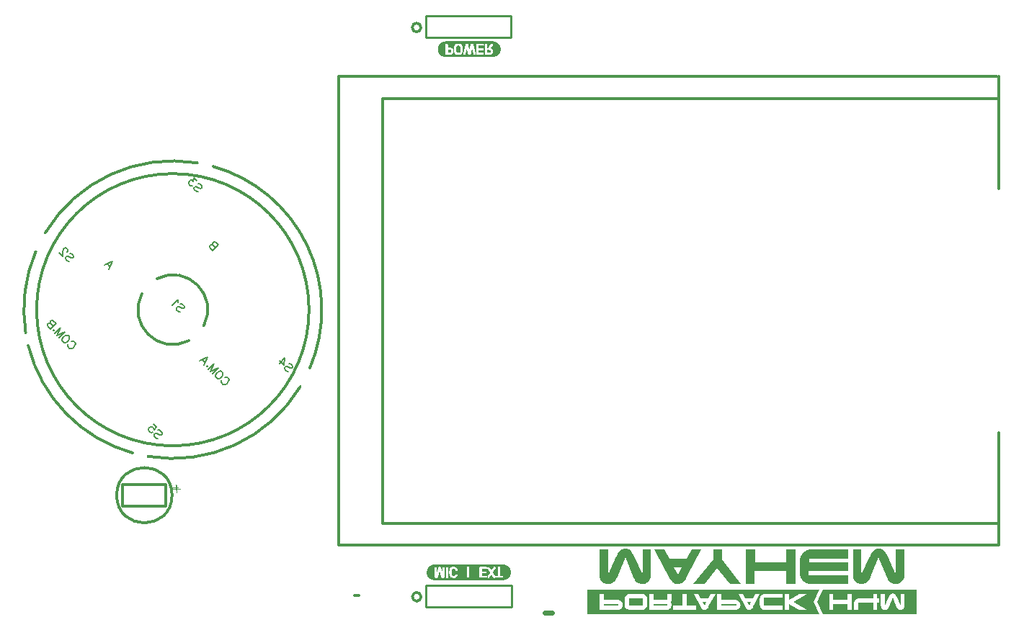
<source format=gbo>
G04 Layer: BottomSilkscreenLayer*
G04 EasyEDA v6.5.46, 2024-12-31 19:44:04*
G04 ebd9bc5b089479dc4edd2d51ed51331a,1acd7fc2553046b79c71bda98b4923fc,10*
G04 Gerber Generator version 0.2*
G04 Scale: 100 percent, Rotated: No, Reflected: No *
G04 Dimensions in millimeters *
G04 leading zeros omitted , absolute positions ,4 integer and 5 decimal *
%FSLAX45Y45*%
%MOMM*%

%ADD10C,0.1200*%
%ADD11C,0.1800*%
%ADD12C,0.3000*%
%ADD13C,0.6000*%
%ADD14C,0.2540*%
%ADD15C,0.3048*%
%ADD16C,0.0114*%

%LPD*%
G36*
X9404248Y466902D02*
G01*
X9378839Y416102D01*
X9525762Y416102D01*
X9525762Y345236D01*
X9694672Y345236D01*
X9694672Y416102D01*
X9744456Y416102D01*
X9744456Y228650D01*
X9767316Y228650D01*
X9767316Y299008D01*
X9767620Y306222D01*
X9768382Y313029D01*
X9769754Y319328D01*
X9771634Y325170D01*
X9774224Y330708D01*
X9777628Y336143D01*
X9781844Y341477D01*
X9786874Y346760D01*
X9792360Y351688D01*
X9798100Y355752D01*
X9804196Y359054D01*
X9810496Y361492D01*
X9816439Y362915D01*
X9823246Y363931D01*
X9831019Y364591D01*
X9839706Y364794D01*
X9993376Y364794D01*
X9993376Y416102D01*
X10042398Y416864D01*
X10042398Y365556D01*
X10061956Y365556D01*
X10061956Y316534D01*
X10041636Y316534D01*
X10041636Y275386D01*
X10085324Y275386D01*
X10085324Y416102D01*
X10130790Y417372D01*
X10130790Y280212D01*
X10174986Y376478D01*
X10179558Y385724D01*
X10184384Y393903D01*
X10189464Y401066D01*
X10194798Y407212D01*
X10201605Y413105D01*
X10208818Y417271D01*
X10216489Y419811D01*
X10224516Y420674D01*
X10229596Y420420D01*
X10235641Y419252D01*
X10241330Y417220D01*
X10246715Y414426D01*
X10251694Y410768D01*
X10254081Y408381D01*
X10256570Y405485D01*
X10261650Y398068D01*
X10267086Y388467D01*
X10272776Y376732D01*
X10317734Y278434D01*
X10317734Y416102D01*
X10363200Y416102D01*
X10363200Y280974D01*
X10362996Y275691D01*
X10362387Y270662D01*
X10361371Y265785D01*
X10359948Y261061D01*
X10358170Y256590D01*
X10355935Y252221D01*
X10353294Y248107D01*
X10350246Y244144D01*
X10346893Y240538D01*
X10343286Y237439D01*
X10339425Y234848D01*
X10335310Y232714D01*
X10330992Y231038D01*
X10326420Y229819D01*
X10321544Y229108D01*
X10316464Y228904D01*
X10308539Y229463D01*
X10301224Y231241D01*
X10294569Y234188D01*
X10288524Y238302D01*
X10282986Y243281D01*
X10278110Y249224D01*
X10273842Y255981D01*
X10270236Y263702D01*
X10223754Y373684D01*
X10181336Y269290D01*
X10177322Y260604D01*
X10172700Y252882D01*
X10167416Y246125D01*
X10161524Y240334D01*
X10154564Y235305D01*
X10147198Y231749D01*
X10139324Y229616D01*
X10129621Y228904D01*
X10127183Y229006D01*
X10117734Y230733D01*
X10110012Y233781D01*
X10103154Y238252D01*
X10097008Y244144D01*
X10091928Y251053D01*
X10088270Y258521D01*
X10086086Y266649D01*
X10085324Y275386D01*
X10041636Y275386D01*
X10041636Y228142D01*
X9992614Y228142D01*
X9992614Y316534D01*
X9818624Y316534D01*
X9818624Y228650D01*
X9695434Y228650D01*
X9695434Y297484D01*
X9523476Y297484D01*
X9523476Y228650D01*
X9476486Y228650D01*
X9476486Y416102D01*
X9378839Y416102D01*
X9331960Y322376D01*
X9404248Y177850D01*
X10507726Y177850D01*
X10507726Y466902D01*
G37*
G36*
X6634480Y466902D02*
G01*
X6634480Y416102D01*
X6779006Y416102D01*
X6829298Y416864D01*
X7886192Y416864D01*
X7939786Y416102D01*
X7965694Y367080D01*
X8058658Y367080D01*
X8086852Y416102D01*
X8138668Y416864D01*
X8138272Y416102D01*
X8160258Y416102D01*
X8210550Y416864D01*
X8410448Y416864D01*
X8464042Y416102D01*
X8489950Y367080D01*
X8582914Y367080D01*
X8611108Y416102D01*
X8662924Y416864D01*
X8601230Y297992D01*
X8662416Y297992D01*
X8662416Y360984D01*
X8662720Y366674D01*
X8663584Y372008D01*
X8665006Y377088D01*
X8666988Y381812D01*
X8669274Y385724D01*
X8672220Y389839D01*
X8675878Y394208D01*
X8680196Y398830D01*
X8684869Y403199D01*
X8689644Y406857D01*
X8694623Y409905D01*
X8699754Y412292D01*
X8705088Y413918D01*
X8710930Y415137D01*
X8717280Y415848D01*
X8724138Y416102D01*
X9006078Y416102D01*
X9006078Y336397D01*
X9007449Y339801D01*
X9009126Y343052D01*
X9011158Y346252D01*
X9013444Y349300D01*
X9017863Y354025D01*
X9023299Y358698D01*
X9029700Y363169D01*
X9037066Y367588D01*
X9121902Y416102D01*
X9220200Y416102D01*
X9057640Y322630D01*
X9218930Y228904D01*
X9121902Y228904D01*
X9034983Y279908D01*
X9025991Y285953D01*
X9022080Y288950D01*
X9015526Y294894D01*
X9012885Y297840D01*
X9009278Y302869D01*
X9006992Y307238D01*
X9006078Y309524D01*
X9006078Y228650D01*
X8953754Y228650D01*
X8953754Y416102D01*
X8929370Y416102D01*
X8929370Y369366D01*
X8711184Y369366D01*
X8711184Y275894D01*
X8929370Y275894D01*
X8929370Y228904D01*
X8725255Y229006D01*
X8718092Y229311D01*
X8712149Y229870D01*
X8707374Y230682D01*
X8701278Y232410D01*
X8695436Y234848D01*
X8689848Y237998D01*
X8684514Y241858D01*
X8678519Y247294D01*
X8673541Y253288D01*
X8669528Y259740D01*
X8666480Y266750D01*
X8664702Y273050D01*
X8663432Y280365D01*
X8662670Y288696D01*
X8662416Y297992D01*
X8601230Y297992D01*
X8586165Y269240D01*
X8578850Y256844D01*
X8572042Y247142D01*
X8568842Y243281D01*
X8565794Y240080D01*
X8562848Y237540D01*
X8557056Y233629D01*
X8550910Y230835D01*
X8544356Y229209D01*
X8537448Y228650D01*
X8530183Y229158D01*
X8523427Y230682D01*
X8517128Y233222D01*
X8511286Y236778D01*
X8508034Y239420D01*
X8504682Y242671D01*
X8501278Y246583D01*
X8497824Y251053D01*
X8494318Y256133D01*
X8487054Y268173D01*
X8410448Y416864D01*
X8210550Y416864D01*
X8210550Y346760D01*
X8373364Y346760D01*
X8379561Y346456D01*
X8385505Y345643D01*
X8391245Y344271D01*
X8396732Y342341D01*
X8402015Y339902D01*
X8407095Y336905D01*
X8411921Y333349D01*
X8416544Y329234D01*
X8420760Y324713D01*
X8424468Y319989D01*
X8427567Y315061D01*
X8430056Y309930D01*
X8432038Y304546D01*
X8433460Y298907D01*
X8434324Y293116D01*
X8434578Y287070D01*
X8434273Y280873D01*
X8433358Y274980D01*
X8431784Y269392D01*
X8429548Y264007D01*
X8426754Y258876D01*
X8423300Y254050D01*
X8419236Y249478D01*
X8414512Y245160D01*
X8409381Y241249D01*
X8404098Y237896D01*
X8398560Y235102D01*
X8392820Y232765D01*
X8386876Y230936D01*
X8380730Y229666D01*
X8374329Y228904D01*
X8367775Y228650D01*
X8160766Y228650D01*
X8160258Y416102D01*
X8138272Y416102D01*
X8061909Y269240D01*
X8054594Y256844D01*
X8047786Y247142D01*
X8044586Y243281D01*
X8041538Y240080D01*
X8038592Y237540D01*
X8032800Y233629D01*
X8026653Y230835D01*
X8020100Y229209D01*
X8013192Y228650D01*
X8005927Y229158D01*
X7999171Y230682D01*
X7992872Y233222D01*
X7987030Y236778D01*
X7983778Y239420D01*
X7980425Y242671D01*
X7977022Y246583D01*
X7973568Y251053D01*
X7970062Y256133D01*
X7962798Y268173D01*
X7886192Y416864D01*
X6829298Y416864D01*
X6829298Y416102D01*
X7412481Y416102D01*
X7412481Y345998D01*
X7578852Y345998D01*
X7578852Y416102D01*
X7627112Y416102D01*
X7627112Y352348D01*
X7626705Y346913D01*
X7625537Y341325D01*
X7623556Y335635D01*
X7619644Y327710D01*
X7614666Y320598D01*
X7617764Y315620D01*
X7620000Y311454D01*
X7622336Y305562D01*
X7624013Y299669D01*
X7625029Y293776D01*
X7625334Y287832D01*
X7625232Y284378D01*
X7624368Y277672D01*
X7622641Y271170D01*
X7621422Y267868D01*
X7617968Y261162D01*
X7613243Y253796D01*
X7608265Y247446D01*
X7602981Y242112D01*
X7597394Y237794D01*
X7590891Y234086D01*
X7583881Y231495D01*
X7576312Y229920D01*
X7568184Y229412D01*
X7363459Y229158D01*
X7363206Y416102D01*
X6829298Y416102D01*
X6829298Y346760D01*
X6992112Y346760D01*
X6998309Y346456D01*
X7004253Y345643D01*
X7009993Y344271D01*
X7015480Y342341D01*
X7020763Y339902D01*
X7025843Y336905D01*
X7030669Y333349D01*
X7035292Y329234D01*
X7039508Y324713D01*
X7043216Y319989D01*
X7046315Y315061D01*
X7048804Y309930D01*
X7050786Y304546D01*
X7052208Y298907D01*
X7053072Y293116D01*
X7053325Y287070D01*
X7053213Y284784D01*
X7074153Y284784D01*
X7074153Y355650D01*
X7074357Y361848D01*
X7074966Y367588D01*
X7076033Y372770D01*
X7077456Y377494D01*
X7079437Y382066D01*
X7081977Y386638D01*
X7085126Y391210D01*
X7088886Y395782D01*
X7093762Y400710D01*
X7098690Y404825D01*
X7103668Y408178D01*
X7108698Y410768D01*
X7114184Y412750D01*
X7120178Y414172D01*
X7126782Y415035D01*
X7133844Y415340D01*
X7278370Y415340D01*
X7284415Y415035D01*
X7290257Y414223D01*
X7295845Y412851D01*
X7301230Y410921D01*
X7306411Y408482D01*
X7311339Y405485D01*
X7316063Y401929D01*
X7320534Y397814D01*
X7324801Y393242D01*
X7328458Y388670D01*
X7331557Y384098D01*
X7333996Y379526D01*
X7335774Y374853D01*
X7337044Y369773D01*
X7337806Y364337D01*
X7338059Y358444D01*
X7338059Y289102D01*
X7337856Y283819D01*
X7337298Y278841D01*
X7336332Y274269D01*
X7335012Y270052D01*
X7333132Y265785D01*
X7330744Y261467D01*
X7327950Y257048D01*
X7324598Y252526D01*
X7319822Y246938D01*
X7314844Y242163D01*
X7309662Y238150D01*
X7304278Y235000D01*
X7298740Y232562D01*
X7292644Y230784D01*
X7286142Y229768D01*
X7279131Y229412D01*
X7140702Y229412D01*
X7133742Y229616D01*
X7127240Y230276D01*
X7121296Y231394D01*
X7115809Y232968D01*
X7110526Y234950D01*
X7105294Y237642D01*
X7100112Y241046D01*
X7094981Y245160D01*
X7090156Y249580D01*
X7085990Y253949D01*
X7082536Y258317D01*
X7079742Y262686D01*
X7077303Y267766D01*
X7075576Y273151D01*
X7074509Y278790D01*
X7074153Y284784D01*
X7053213Y284784D01*
X7053021Y280873D01*
X7052106Y274980D01*
X7050531Y269392D01*
X7048296Y264007D01*
X7045502Y258876D01*
X7042048Y254050D01*
X7037984Y249478D01*
X7033259Y245160D01*
X7028129Y241249D01*
X7022846Y237896D01*
X7017308Y235102D01*
X7011568Y232765D01*
X7005624Y230936D01*
X6999478Y229666D01*
X6993077Y228904D01*
X7645400Y228904D01*
X7645400Y276910D01*
X7754366Y276910D01*
X7755381Y416102D01*
X7802880Y416102D01*
X7802625Y276402D01*
X7911846Y276402D01*
X7911846Y228904D01*
X6993077Y228904D01*
X6986524Y228650D01*
X6779514Y228650D01*
X6779006Y416102D01*
X6634480Y416102D01*
X6634480Y177850D01*
X9364726Y177850D01*
X9292488Y322376D01*
X9364726Y466902D01*
G37*
G36*
X7122668Y368350D02*
G01*
X7122668Y277926D01*
X7288784Y277926D01*
X7288784Y368350D01*
G37*
G36*
X7990078Y319074D02*
G01*
X8012430Y279196D01*
X8034528Y319074D01*
G37*
G36*
X8514334Y319074D02*
G01*
X8536686Y279196D01*
X8558784Y319074D01*
G37*
G36*
X6829298Y300278D02*
G01*
X6829298Y276402D01*
X7003542Y276402D01*
X7003542Y300278D01*
G37*
G36*
X8210550Y300278D02*
G01*
X8210550Y276402D01*
X8384794Y276402D01*
X8384794Y300278D01*
G37*
G36*
X7413752Y299008D02*
G01*
X7413752Y276402D01*
X7578090Y276402D01*
X7578090Y299008D01*
G37*
G36*
X4839970Y761847D02*
G01*
X4833721Y761593D01*
X4827574Y760984D01*
X4821580Y759968D01*
X4815687Y758545D01*
X4809998Y756767D01*
X4804460Y754634D01*
X4799076Y752195D01*
X4793894Y749350D01*
X4788966Y746252D01*
X4784191Y742797D01*
X4779670Y739089D01*
X4775454Y735076D01*
X4771440Y730808D01*
X4767732Y726338D01*
X4764278Y721563D01*
X4761179Y716635D01*
X4758334Y711454D01*
X4755896Y706069D01*
X4753762Y700532D01*
X4751984Y694791D01*
X4750562Y688949D01*
X4749546Y682955D01*
X4748885Y676808D01*
X4748682Y670560D01*
X4748885Y664311D01*
X4749546Y658164D01*
X4750562Y652170D01*
X4751984Y646277D01*
X4753762Y640588D01*
X4755896Y635000D01*
X4758334Y629666D01*
X4759840Y626922D01*
X4839970Y626922D01*
X4839970Y720648D01*
X4840782Y727202D01*
X4843322Y731875D01*
X4847539Y734720D01*
X4853432Y735634D01*
X4858867Y734669D01*
X4862728Y731824D01*
X4865065Y727049D01*
X4865878Y720394D01*
X4865878Y665276D01*
X4866132Y660196D01*
X4884674Y722934D01*
X4885842Y726236D01*
X4887112Y728980D01*
X4888534Y731164D01*
X4890008Y732840D01*
X4891786Y734060D01*
X4893919Y734923D01*
X4896358Y735482D01*
X4899152Y735634D01*
X4901996Y735482D01*
X4904486Y734923D01*
X4906568Y734060D01*
X4908296Y732840D01*
X4909870Y731266D01*
X4911242Y729081D01*
X4912512Y726338D01*
X4930902Y665276D01*
X4932172Y660196D01*
X4932426Y665276D01*
X4932426Y720394D01*
X4933238Y727049D01*
X4935626Y731824D01*
X4939690Y734669D01*
X4945380Y735634D01*
X4951018Y734720D01*
X4955082Y731875D01*
X4957521Y727202D01*
X4958334Y720648D01*
X4958232Y623112D01*
X4957946Y619556D01*
X4973828Y619556D01*
X4973828Y720394D01*
X4974640Y727151D01*
X4977180Y732028D01*
X4981397Y734923D01*
X4987290Y735888D01*
X4990388Y735634D01*
X4993132Y734872D01*
X4995468Y733602D01*
X4997450Y731824D01*
X4998974Y729488D01*
X5000091Y726744D01*
X5000752Y723646D01*
X5001006Y720140D01*
X5001006Y671626D01*
X5012944Y671626D01*
X5013045Y680212D01*
X5013452Y687628D01*
X5014061Y693928D01*
X5014976Y699058D01*
X5016195Y703529D01*
X5017820Y707898D01*
X5019852Y712063D01*
X5022342Y716076D01*
X5025999Y720648D01*
X5030114Y724611D01*
X5034737Y728014D01*
X5039868Y730758D01*
X5045405Y732891D01*
X5051450Y734415D01*
X5058003Y735330D01*
X5065014Y735634D01*
X5072684Y735228D01*
X5079438Y734110D01*
X5248910Y734110D01*
X5248910Y618540D01*
X5367782Y618540D01*
X5367883Y725373D01*
X5368290Y728014D01*
X5369153Y729792D01*
X5370830Y731570D01*
X5372709Y732840D01*
X5374894Y733602D01*
X5377535Y734009D01*
X5444490Y734110D01*
X5450382Y733399D01*
X5454548Y731215D01*
X5457088Y727557D01*
X5457652Y724204D01*
X5459222Y724204D01*
X5459476Y726541D01*
X5460238Y728776D01*
X5461508Y730859D01*
X5463286Y732840D01*
X5465368Y734415D01*
X5467705Y735533D01*
X5470194Y736193D01*
X5472938Y736396D01*
X5476240Y735939D01*
X5479288Y734568D01*
X5482082Y732231D01*
X5484622Y729030D01*
X5506466Y693470D01*
X5508498Y691184D01*
X5510276Y693470D01*
X5532374Y729030D01*
X5534863Y732231D01*
X5537606Y734568D01*
X5540603Y735939D01*
X5543804Y736396D01*
X5546598Y736193D01*
X5549188Y735533D01*
X5551525Y734415D01*
X5553710Y732840D01*
X5555488Y730961D01*
X5556758Y728929D01*
X5557520Y726643D01*
X5557774Y724204D01*
X5557520Y722477D01*
X5556808Y720394D01*
X5553964Y715060D01*
X5525008Y669086D01*
X5524246Y666800D01*
X5524398Y665937D01*
X5551474Y623366D01*
X5552846Y619760D01*
X5553252Y621538D01*
X5553913Y623112D01*
X5554827Y624484D01*
X5555996Y625652D01*
X5557824Y626872D01*
X5560060Y627735D01*
X5562650Y628294D01*
X5583326Y628497D01*
X5584596Y628853D01*
X5585256Y629564D01*
X5585663Y630986D01*
X5585714Y723188D01*
X5585917Y726338D01*
X5586628Y729081D01*
X5587847Y731520D01*
X5589524Y733602D01*
X5591454Y735279D01*
X5593740Y736447D01*
X5596432Y737158D01*
X5599430Y737412D01*
X5602224Y737209D01*
X5604764Y736549D01*
X5607050Y735431D01*
X5609082Y733856D01*
X5610860Y731977D01*
X5612130Y729843D01*
X5612892Y727506D01*
X5613146Y724966D01*
X5613247Y630682D01*
X5613654Y629716D01*
X5614720Y629158D01*
X5616448Y628954D01*
X5634990Y628954D01*
X5640324Y628243D01*
X5644134Y626059D01*
X5646420Y622401D01*
X5647182Y617270D01*
X5646318Y612292D01*
X5643880Y608685D01*
X5639714Y606552D01*
X5633974Y605840D01*
X5567172Y605840D01*
X5561584Y606399D01*
X5557367Y608025D01*
X5554472Y610717D01*
X5552948Y614527D01*
X5551728Y611073D01*
X5549392Y608126D01*
X5547360Y606552D01*
X5545074Y605485D01*
X5542534Y604774D01*
X5539740Y604570D01*
X5536488Y604977D01*
X5533694Y606094D01*
X5531307Y608025D01*
X5529326Y610666D01*
X5510530Y640638D01*
X5508498Y643432D01*
X5506466Y640638D01*
X5487670Y610666D01*
X5485587Y608025D01*
X5483148Y606094D01*
X5480354Y604977D01*
X5477256Y604570D01*
X5474512Y604774D01*
X5472023Y605485D01*
X5469686Y606552D01*
X5467604Y608126D01*
X5465927Y610006D01*
X5464708Y612140D01*
X5463997Y614476D01*
X5463794Y617016D01*
X5463946Y618896D01*
X5465470Y623214D01*
X5466842Y625652D01*
X5491226Y663752D01*
X5492953Y666953D01*
X5492750Y667816D01*
X5491734Y669086D01*
X5461152Y718413D01*
X5460034Y720598D01*
X5459272Y723138D01*
X5459222Y724204D01*
X5457652Y724204D01*
X5457952Y722426D01*
X5457748Y719480D01*
X5457088Y717042D01*
X5456072Y715060D01*
X5454650Y713536D01*
X5452516Y712419D01*
X5449824Y711657D01*
X5446420Y711149D01*
X5442458Y710996D01*
X5397754Y710996D01*
X5396636Y710793D01*
X5395823Y710184D01*
X5395366Y709117D01*
X5395214Y707694D01*
X5395214Y683818D01*
X5395417Y682396D01*
X5396077Y681329D01*
X5397195Y680720D01*
X5398770Y680516D01*
X5437886Y680516D01*
X5443778Y679805D01*
X5447944Y677672D01*
X5450484Y674065D01*
X5451348Y669086D01*
X5450382Y663752D01*
X5447588Y659942D01*
X5442915Y657656D01*
X5436362Y656894D01*
X5397449Y656844D01*
X5396077Y656488D01*
X5395468Y655777D01*
X5395214Y654659D01*
X5395214Y631748D01*
X5395417Y630529D01*
X5396077Y629666D01*
X5397195Y629107D01*
X5398770Y628954D01*
X5441188Y628954D01*
X5444947Y628802D01*
X5448147Y628345D01*
X5450789Y627532D01*
X5452872Y626414D01*
X5454294Y624789D01*
X5455310Y622808D01*
X5455970Y620369D01*
X5456174Y617524D01*
X5455208Y612394D01*
X5452262Y608787D01*
X5447436Y606552D01*
X5440680Y605840D01*
X5378500Y605891D01*
X5373624Y606348D01*
X5371896Y607314D01*
X5370322Y608634D01*
X5369204Y610412D01*
X5368391Y612648D01*
X5367934Y615340D01*
X5367782Y618540D01*
X5248910Y618540D01*
X5248910Y606094D01*
X5223256Y606094D01*
X5223256Y734110D01*
X5079746Y734060D01*
X5086146Y732129D01*
X5091938Y729437D01*
X5097068Y725932D01*
X5101590Y721614D01*
X5105450Y716584D01*
X5108702Y710742D01*
X5110226Y707288D01*
X5111343Y704037D01*
X5112004Y700938D01*
X5112258Y698042D01*
X5112004Y695045D01*
X5111292Y692404D01*
X5110073Y690067D01*
X5108448Y688136D01*
X5106517Y686562D01*
X5104282Y685495D01*
X5101793Y684784D01*
X5099050Y684580D01*
X5095494Y684987D01*
X5092496Y686155D01*
X5090007Y688136D01*
X5088128Y690930D01*
X5085842Y696518D01*
X5082438Y703529D01*
X5077815Y708507D01*
X5072024Y711504D01*
X5065014Y712520D01*
X5062118Y712317D01*
X5059273Y711758D01*
X5056530Y710793D01*
X5051298Y707999D01*
X5049113Y706323D01*
X5047234Y704443D01*
X5045710Y702360D01*
X5044389Y699770D01*
X5043322Y697026D01*
X5041900Y691184D01*
X5040934Y683971D01*
X5040630Y674420D01*
X5040934Y662279D01*
X5041950Y652322D01*
X5043627Y644499D01*
X5045964Y638860D01*
X5047386Y636676D01*
X5049164Y634695D01*
X5051348Y632866D01*
X5053838Y631240D01*
X5056530Y630021D01*
X5059324Y629158D01*
X5062270Y628599D01*
X5065268Y628446D01*
X5070094Y628904D01*
X5074259Y630224D01*
X5077714Y632460D01*
X5080508Y635558D01*
X5084826Y641908D01*
X5087264Y645109D01*
X5090160Y647446D01*
X5093360Y648817D01*
X5097018Y649274D01*
X5099761Y649071D01*
X5102250Y648411D01*
X5104485Y647293D01*
X5106416Y645718D01*
X5107940Y643686D01*
X5109057Y641451D01*
X5109718Y639013D01*
X5109972Y636320D01*
X5109768Y633730D01*
X5109108Y631037D01*
X5108092Y628294D01*
X5106670Y625398D01*
X5104841Y622554D01*
X5102758Y619861D01*
X5100421Y617372D01*
X5097780Y614984D01*
X5091176Y610412D01*
X5083810Y607161D01*
X5075682Y605231D01*
X5066792Y604570D01*
X5059324Y604926D01*
X5052415Y605891D01*
X5046065Y607517D01*
X5040274Y609854D01*
X5035092Y612800D01*
X5030419Y616407D01*
X5026355Y620725D01*
X5022850Y625652D01*
X5020259Y630174D01*
X5018125Y634847D01*
X5016449Y639724D01*
X5015230Y644702D01*
X5014214Y650189D01*
X5013502Y656539D01*
X5013045Y663651D01*
X5012944Y671626D01*
X5001006Y671626D01*
X5001006Y618286D01*
X5000091Y611936D01*
X4997450Y607415D01*
X4992979Y604723D01*
X4986782Y603808D01*
X4981092Y604774D01*
X4977028Y607771D01*
X4974640Y612648D01*
X4973828Y619556D01*
X4957946Y619556D01*
X4957622Y617016D01*
X4957064Y614730D01*
X4956149Y612698D01*
X4954930Y610920D01*
X4953457Y609396D01*
X4948885Y606145D01*
X4945786Y604723D01*
X4942433Y603859D01*
X4938776Y603554D01*
X4934915Y603808D01*
X4931460Y604621D01*
X4928412Y605993D01*
X4925822Y607872D01*
X4923536Y610514D01*
X4921504Y613765D01*
X4919726Y617728D01*
X4918202Y622350D01*
X4900422Y684326D01*
X4899152Y688136D01*
X4898390Y684326D01*
X4880102Y622350D01*
X4878578Y617728D01*
X4876850Y613765D01*
X4874869Y610514D01*
X4872736Y607872D01*
X4870094Y605993D01*
X4867046Y604621D01*
X4863642Y603808D01*
X4859782Y603554D01*
X4855972Y603859D01*
X4852517Y604723D01*
X4849368Y606145D01*
X4844796Y609600D01*
X4843373Y611225D01*
X4842256Y613054D01*
X4840782Y617270D01*
X4840020Y623214D01*
X4839970Y626922D01*
X4759840Y626922D01*
X4764278Y619506D01*
X4767732Y614781D01*
X4771440Y610260D01*
X4775454Y605993D01*
X4779670Y602030D01*
X4784191Y598271D01*
X4788966Y594868D01*
X4793894Y591718D01*
X4799076Y588924D01*
X4804460Y586435D01*
X4809998Y584301D01*
X4815687Y582523D01*
X4821580Y581152D01*
X4827574Y580085D01*
X4833721Y579475D01*
X4839970Y579272D01*
X5647182Y579272D01*
X5653430Y579475D01*
X5659577Y580085D01*
X5665571Y581152D01*
X5671464Y582523D01*
X5677154Y584301D01*
X5682691Y586435D01*
X5688076Y588924D01*
X5693257Y591718D01*
X5698236Y594868D01*
X5702960Y598271D01*
X5707481Y602030D01*
X5711748Y605993D01*
X5715711Y610260D01*
X5719419Y614781D01*
X5722874Y619506D01*
X5726023Y624484D01*
X5728817Y629666D01*
X5731306Y635000D01*
X5733440Y640588D01*
X5735218Y646277D01*
X5736590Y652170D01*
X5737606Y658164D01*
X5738266Y664311D01*
X5738469Y670560D01*
X5738266Y676808D01*
X5737606Y682955D01*
X5736590Y688949D01*
X5735218Y694791D01*
X5733440Y700532D01*
X5731306Y706069D01*
X5728817Y711454D01*
X5726023Y716635D01*
X5722874Y721563D01*
X5719419Y726338D01*
X5715711Y730808D01*
X5711748Y735076D01*
X5707481Y739089D01*
X5702960Y742797D01*
X5698236Y746252D01*
X5693257Y749350D01*
X5688076Y752195D01*
X5682691Y754634D01*
X5677154Y756767D01*
X5671464Y758545D01*
X5665571Y759968D01*
X5659577Y760984D01*
X5653430Y761593D01*
X5647182Y761847D01*
G37*
G36*
X4969764Y6913372D02*
G01*
X4963515Y6913168D01*
X4957368Y6912559D01*
X4951374Y6911543D01*
X4945532Y6910120D01*
X4939792Y6908342D01*
X4934254Y6906209D01*
X4928870Y6903720D01*
X4923688Y6900925D01*
X4918760Y6897776D01*
X4913985Y6894372D01*
X4909515Y6890664D01*
X4905248Y6886651D01*
X4901234Y6882384D01*
X4897526Y6877862D01*
X4894072Y6873138D01*
X4890973Y6868159D01*
X4888128Y6863029D01*
X4885690Y6857644D01*
X4883556Y6852107D01*
X4881778Y6846366D01*
X4880356Y6840524D01*
X4879340Y6834479D01*
X4878730Y6828383D01*
X4878476Y6822135D01*
X4878730Y6815836D01*
X4879340Y6809740D01*
X4880356Y6803694D01*
X4881778Y6797852D01*
X4883556Y6792112D01*
X4885690Y6786575D01*
X4888128Y6781190D01*
X4890973Y6776059D01*
X4893407Y6772148D01*
X4969764Y6772148D01*
X4969764Y6873494D01*
X4970627Y6879590D01*
X4973218Y6883958D01*
X4977587Y6886600D01*
X4983734Y6887464D01*
X4989728Y6886651D01*
X4993995Y6884162D01*
X4996586Y6880047D01*
X4997450Y6874256D01*
X4997551Y6841490D01*
X4997958Y6840220D01*
X4999228Y6839813D01*
X5028184Y6839712D01*
X5035753Y6839000D01*
X5042560Y6836867D01*
X5048605Y6833260D01*
X5053838Y6828281D01*
X5058271Y6821678D01*
X5066792Y6821678D01*
X5066893Y6830466D01*
X5067300Y6838188D01*
X5067909Y6844741D01*
X5068824Y6850125D01*
X5070043Y6854850D01*
X5071770Y6859320D01*
X5074005Y6863588D01*
X5076698Y6867652D01*
X5080355Y6872325D01*
X5084521Y6876440D01*
X5089194Y6879844D01*
X5094325Y6882688D01*
X5099964Y6884873D01*
X5106111Y6886448D01*
X5112766Y6887413D01*
X5119878Y6887718D01*
X5126888Y6887362D01*
X5133492Y6886397D01*
X5139740Y6884720D01*
X5145532Y6882384D01*
X5150916Y6879539D01*
X5155692Y6876135D01*
X5159806Y6872173D01*
X5163312Y6867652D01*
X5165852Y6863384D01*
X5167985Y6859066D01*
X5169662Y6854647D01*
X5170932Y6850125D01*
X5171795Y6845046D01*
X5172456Y6838950D01*
X5172964Y6823709D01*
X5172456Y6806438D01*
X5171795Y6799478D01*
X5170932Y6793738D01*
X5169662Y6788708D01*
X5167985Y6784035D01*
X5165852Y6779666D01*
X5163312Y6775703D01*
X5159552Y6770979D01*
X5157866Y6769353D01*
X5177282Y6769353D01*
X5177536Y6772909D01*
X5201158Y6871208D01*
X5202986Y6876796D01*
X5204968Y6880859D01*
X5207406Y6883552D01*
X5208981Y6884720D01*
X5212791Y6886549D01*
X5214924Y6887209D01*
X5219700Y6887718D01*
X5222392Y6887565D01*
X5224881Y6887108D01*
X5227218Y6886397D01*
X5231231Y6884314D01*
X5232806Y6882942D01*
X5234127Y6881368D01*
X5235194Y6879590D01*
X5236565Y6876034D01*
X5237734Y6871462D01*
X5249164Y6814058D01*
X5250942Y6807708D01*
X5263642Y6871462D01*
X5265064Y6877151D01*
X5266944Y6881114D01*
X5268061Y6882536D01*
X5271109Y6884974D01*
X5274970Y6886702D01*
X5279288Y6887616D01*
X5281676Y6887718D01*
X5286908Y6887209D01*
X5291328Y6885686D01*
X5294782Y6883146D01*
X5297424Y6879590D01*
X5298541Y6877100D01*
X5300218Y6871208D01*
X5324195Y6772300D01*
X5324314Y6770116D01*
X5331714Y6770116D01*
X5331815Y6876897D01*
X5332222Y6879590D01*
X5333085Y6881368D01*
X5334762Y6883146D01*
X5336641Y6884416D01*
X5338826Y6885178D01*
X5341467Y6885533D01*
X5345430Y6885686D01*
X5408422Y6885686D01*
X5414314Y6884924D01*
X5418480Y6882739D01*
X5421020Y6879081D01*
X5421884Y6874002D01*
X5421680Y6871055D01*
X5421020Y6868566D01*
X5420004Y6866585D01*
X5418582Y6865112D01*
X5416448Y6863994D01*
X5413756Y6863181D01*
X5410352Y6862724D01*
X5406390Y6862572D01*
X5361686Y6862572D01*
X5360466Y6862368D01*
X5359552Y6861759D01*
X5359044Y6860692D01*
X5358892Y6859270D01*
X5358892Y6835394D01*
X5359095Y6833920D01*
X5359806Y6832904D01*
X5361025Y6832295D01*
X5362702Y6832092D01*
X5401818Y6832092D01*
X5407710Y6831380D01*
X5411876Y6829196D01*
X5414416Y6825640D01*
X5415280Y6820662D01*
X5414314Y6815328D01*
X5411520Y6811518D01*
X5406847Y6809231D01*
X5400294Y6808470D01*
X5361381Y6808419D01*
X5360009Y6808012D01*
X5359400Y6807352D01*
X5359146Y6806234D01*
X5359146Y6783324D01*
X5359349Y6782104D01*
X5359958Y6781241D01*
X5360974Y6780682D01*
X5362448Y6780530D01*
X5405120Y6780530D01*
X5408879Y6780377D01*
X5412079Y6779869D01*
X5414721Y6779107D01*
X5416804Y6777990D01*
X5418226Y6776364D01*
X5419242Y6774383D01*
X5419902Y6771944D01*
X5420106Y6769100D01*
X5419886Y6767931D01*
X5432298Y6767931D01*
X5432298Y6874002D01*
X5433161Y6880199D01*
X5435752Y6884670D01*
X5440121Y6887311D01*
X5446268Y6888225D01*
X5452008Y6887362D01*
X5456174Y6884822D01*
X5458612Y6880656D01*
X5459476Y6874764D01*
X5459476Y6839712D01*
X5459679Y6838137D01*
X5460288Y6837019D01*
X5461304Y6836359D01*
X5462778Y6836156D01*
X5475122Y6836257D01*
X5476240Y6836664D01*
X5477002Y6837476D01*
X5498846Y6880098D01*
X5501081Y6883653D01*
X5503824Y6886194D01*
X5507075Y6887718D01*
X5510784Y6888225D01*
X5513578Y6887972D01*
X5516168Y6887260D01*
X5518556Y6886092D01*
X5520690Y6884416D01*
X5522468Y6882434D01*
X5523738Y6880352D01*
X5524500Y6878116D01*
X5524754Y6875780D01*
X5524601Y6874052D01*
X5523433Y6870395D01*
X5503418Y6832600D01*
X5503164Y6831838D01*
X5503926Y6830822D01*
X5505958Y6830314D01*
X5510276Y6827875D01*
X5514136Y6824929D01*
X5517540Y6821373D01*
X5520436Y6817359D01*
X5522772Y6812838D01*
X5524398Y6808012D01*
X5525414Y6802831D01*
X5525770Y6797294D01*
X5524957Y6787896D01*
X5522569Y6779514D01*
X5518607Y6772148D01*
X5513070Y6765798D01*
X5510377Y6763562D01*
X5507736Y6761734D01*
X5505043Y6760260D01*
X5502402Y6759194D01*
X5499506Y6758381D01*
X5496102Y6757822D01*
X5487924Y6757416D01*
X5441950Y6757517D01*
X5438902Y6757924D01*
X5436768Y6758838D01*
X5435092Y6760209D01*
X5433618Y6761835D01*
X5432806Y6763766D01*
X5432298Y6767931D01*
X5419886Y6767931D01*
X5419140Y6763969D01*
X5416194Y6760311D01*
X5411368Y6758127D01*
X5404612Y6757416D01*
X5340248Y6757517D01*
X5337556Y6757924D01*
X5335778Y6758838D01*
X5334000Y6760209D01*
X5332984Y6761937D01*
X5332272Y6764172D01*
X5331866Y6766915D01*
X5331714Y6770116D01*
X5324314Y6770116D01*
X5324094Y6766661D01*
X5323382Y6764172D01*
X5322214Y6761937D01*
X5320538Y6759956D01*
X5318404Y6758279D01*
X5316016Y6757111D01*
X5313426Y6756349D01*
X5310632Y6756146D01*
X5305552Y6756857D01*
X5301589Y6758990D01*
X5298694Y6762546D01*
X5296916Y6767575D01*
X5283708Y6833362D01*
X5282438Y6842759D01*
X5281168Y6833362D01*
X5268976Y6771640D01*
X5266690Y6764629D01*
X5262930Y6759651D01*
X5257698Y6756603D01*
X5250942Y6755638D01*
X5244084Y6756603D01*
X5238750Y6759651D01*
X5234940Y6764629D01*
X5232654Y6771640D01*
X5220462Y6833362D01*
X5219192Y6842759D01*
X5217922Y6833362D01*
X5204460Y6767575D01*
X5202834Y6762546D01*
X5200040Y6758990D01*
X5196128Y6756857D01*
X5190998Y6756146D01*
X5188102Y6756349D01*
X5185460Y6757111D01*
X5183124Y6758279D01*
X5181092Y6759956D01*
X5179415Y6761886D01*
X5178196Y6764070D01*
X5177485Y6766559D01*
X5177282Y6769353D01*
X5157866Y6769353D01*
X5155336Y6766915D01*
X5150662Y6763461D01*
X5145430Y6760616D01*
X5139791Y6758431D01*
X5133644Y6756857D01*
X5126990Y6755942D01*
X5119878Y6755638D01*
X5112664Y6755942D01*
X5106009Y6756857D01*
X5099862Y6758431D01*
X5094224Y6760616D01*
X5089042Y6763461D01*
X5084419Y6766915D01*
X5080304Y6770979D01*
X5076698Y6775703D01*
X5073904Y6780174D01*
X5071618Y6784644D01*
X5069840Y6789166D01*
X5068570Y6793738D01*
X5067757Y6799021D01*
X5067198Y6805422D01*
X5066792Y6821678D01*
X5058271Y6821678D01*
X5061051Y6815175D01*
X5062880Y6807200D01*
X5063490Y6798309D01*
X5062626Y6788048D01*
X5060188Y6779209D01*
X5056022Y6771690D01*
X5050282Y6765544D01*
X5047691Y6763410D01*
X5045049Y6761683D01*
X5042357Y6760260D01*
X5039614Y6759194D01*
X5036616Y6758381D01*
X5033162Y6757822D01*
X5025136Y6757416D01*
X4981600Y6757517D01*
X4977892Y6757924D01*
X4975250Y6758838D01*
X4973066Y6760209D01*
X4971389Y6762089D01*
X4970526Y6764274D01*
X4969916Y6767220D01*
X4969764Y6772148D01*
X4893407Y6772148D01*
X4897526Y6766356D01*
X4901234Y6761835D01*
X4905248Y6757568D01*
X4909515Y6753555D01*
X4913985Y6749846D01*
X4918760Y6746443D01*
X4923688Y6743293D01*
X4928870Y6740499D01*
X4934254Y6738010D01*
X4939792Y6735876D01*
X4945532Y6734098D01*
X4951374Y6732676D01*
X4957368Y6731660D01*
X4963515Y6731050D01*
X4969764Y6730847D01*
X5525770Y6730847D01*
X5532018Y6731050D01*
X5538165Y6731660D01*
X5544159Y6732676D01*
X5550001Y6734098D01*
X5555742Y6735876D01*
X5561279Y6738010D01*
X5566664Y6740499D01*
X5571845Y6743293D01*
X5576773Y6746443D01*
X5581548Y6749846D01*
X5586018Y6753555D01*
X5590286Y6757568D01*
X5594299Y6761835D01*
X5598007Y6766356D01*
X5601462Y6771081D01*
X5604560Y6776059D01*
X5607354Y6781190D01*
X5609844Y6786575D01*
X5611977Y6792112D01*
X5613755Y6797852D01*
X5615178Y6803694D01*
X5616194Y6809740D01*
X5616803Y6815836D01*
X5617006Y6822135D01*
X5616803Y6828383D01*
X5616194Y6834479D01*
X5615178Y6840524D01*
X5613755Y6846366D01*
X5611977Y6852107D01*
X5609844Y6857644D01*
X5607354Y6863029D01*
X5604560Y6868159D01*
X5601462Y6873138D01*
X5598007Y6877862D01*
X5594299Y6882384D01*
X5590286Y6886651D01*
X5586018Y6890664D01*
X5581548Y6894372D01*
X5576773Y6897776D01*
X5571845Y6900925D01*
X5566664Y6903720D01*
X5561279Y6906209D01*
X5555742Y6908342D01*
X5550001Y6910120D01*
X5544159Y6911543D01*
X5538165Y6912559D01*
X5532018Y6913168D01*
X5525770Y6913372D01*
G37*
G36*
X5119878Y6864096D02*
G01*
X5112816Y6863334D01*
X5106822Y6861098D01*
X5101996Y6857390D01*
X5098288Y6852158D01*
X5096256Y6847027D01*
X5095595Y6844588D01*
X5094884Y6839153D01*
X5094528Y6828840D01*
X5094528Y6814972D01*
X5094884Y6805117D01*
X5095697Y6799072D01*
X5097221Y6793738D01*
X5098288Y6791198D01*
X5099862Y6788658D01*
X5101844Y6786372D01*
X5104180Y6784340D01*
X5106924Y6782562D01*
X5109921Y6781088D01*
X5113070Y6780072D01*
X5116372Y6779463D01*
X5119878Y6779259D01*
X5126939Y6779971D01*
X5132882Y6782257D01*
X5137708Y6785965D01*
X5141468Y6791198D01*
X5143652Y6796328D01*
X5144363Y6798767D01*
X5144770Y6801103D01*
X5145125Y6808673D01*
X5145278Y6821678D01*
X5145074Y6833920D01*
X5144516Y6841744D01*
X5143296Y6847078D01*
X5141214Y6852412D01*
X5139639Y6855053D01*
X5137708Y6857339D01*
X5135422Y6859371D01*
X5132832Y6861048D01*
X5129936Y6862368D01*
X5126786Y6863334D01*
X5123434Y6863892D01*
G37*
G36*
X5000752Y6816598D02*
G01*
X4997958Y6816090D01*
X4997551Y6815581D01*
X4997450Y6784340D01*
X4997602Y6782562D01*
X4998212Y6781292D01*
X4999278Y6780682D01*
X5001006Y6780530D01*
X5018278Y6780530D01*
X5022646Y6780784D01*
X5026304Y6781596D01*
X5029352Y6782968D01*
X5031740Y6784848D01*
X5033619Y6787235D01*
X5034940Y6790283D01*
X5035753Y6794093D01*
X5036058Y6798564D01*
X5034991Y6806438D01*
X5031790Y6812076D01*
X5026456Y6815480D01*
X5019040Y6816598D01*
G37*
G36*
X5462524Y6812534D02*
G01*
X5460644Y6812381D01*
X5459730Y6812025D01*
X5459526Y6811365D01*
X5459476Y6785102D01*
X5459679Y6783070D01*
X5460288Y6781647D01*
X5461304Y6780784D01*
X5462778Y6780530D01*
X5479796Y6780530D01*
X5487670Y6781546D01*
X5493308Y6784644D01*
X5496712Y6789826D01*
X5497830Y6797040D01*
X5496661Y6803796D01*
X5493258Y6808673D01*
X5487517Y6811568D01*
X5479542Y6812534D01*
G37*
G36*
X7082028Y949756D02*
G01*
X7070293Y948944D01*
X7058964Y946505D01*
X7047992Y942441D01*
X7037425Y936752D01*
X7027265Y929436D01*
X7017512Y920546D01*
X7009790Y911961D01*
X7002272Y902360D01*
X6994956Y891743D01*
X6987946Y880110D01*
X6981139Y867460D01*
X6974586Y853744D01*
X6878574Y644956D01*
X6878574Y942644D01*
X6780022Y939850D01*
X6780022Y634542D01*
X6780733Y621792D01*
X6782816Y609600D01*
X6786270Y598017D01*
X6791096Y586994D01*
X6797294Y576580D01*
X6804914Y566724D01*
X6813702Y557834D01*
X6823202Y550316D01*
X6833412Y544220D01*
X6844436Y539496D01*
X6856171Y536143D01*
X6870750Y533958D01*
X6879081Y533704D01*
X6891223Y534365D01*
X6902958Y536448D01*
X6914184Y539851D01*
X6925056Y544626D01*
X6935419Y550773D01*
X6945375Y558342D01*
X6954062Y566572D01*
X6962140Y575716D01*
X6969556Y585774D01*
X6976414Y596696D01*
X6982663Y608584D01*
X6988302Y621334D01*
X7080250Y847902D01*
X7181088Y609142D01*
X7186218Y597763D01*
X7191959Y587298D01*
X7198258Y577646D01*
X7205167Y568807D01*
X7212634Y560882D01*
X7220712Y553770D01*
X7229348Y547624D01*
X7238542Y542594D01*
X7248347Y538683D01*
X7258761Y535940D01*
X7269784Y534263D01*
X7281418Y533704D01*
X7296048Y534619D01*
X7309662Y537362D01*
X7322362Y541985D01*
X7334148Y548487D01*
X7344968Y556818D01*
X7354824Y566978D01*
X7361428Y575462D01*
X7367168Y584403D01*
X7371994Y593750D01*
X7375956Y603554D01*
X7379055Y613714D01*
X7381290Y624281D01*
X7382611Y635304D01*
X7383018Y646734D01*
X7383018Y939850D01*
X7284212Y939850D01*
X7284212Y641146D01*
X7186675Y854506D01*
X7178344Y871982D01*
X7170267Y887374D01*
X7162495Y900633D01*
X7154976Y911860D01*
X7147712Y920902D01*
X7140702Y927912D01*
X7130034Y935990D01*
X7118502Y942238D01*
X7106158Y946658D01*
X7092950Y949248D01*
X7088327Y949604D01*
G37*
G36*
X10059416Y949756D02*
G01*
X10047681Y948944D01*
X10036352Y946505D01*
X10025380Y942441D01*
X10014813Y936752D01*
X10004653Y929436D01*
X9994900Y920546D01*
X9987178Y911961D01*
X9979660Y902360D01*
X9972344Y891743D01*
X9965334Y880110D01*
X9958527Y867460D01*
X9951974Y853744D01*
X9855962Y644956D01*
X9855962Y942644D01*
X9757410Y939850D01*
X9757410Y634542D01*
X9758121Y621792D01*
X9760204Y609600D01*
X9763709Y598017D01*
X9768586Y586994D01*
X9774885Y576580D01*
X9782556Y566724D01*
X9791293Y557834D01*
X9800793Y550316D01*
X9811004Y544220D01*
X9821976Y539496D01*
X9833660Y536143D01*
X9848240Y533958D01*
X9856724Y533704D01*
X9868814Y534365D01*
X9880447Y536448D01*
X9891674Y539851D01*
X9902444Y544626D01*
X9912807Y550773D01*
X9922764Y558342D01*
X9931450Y566572D01*
X9939528Y575716D01*
X9946944Y585774D01*
X9953802Y596696D01*
X9960051Y608584D01*
X9965690Y621334D01*
X10057892Y847902D01*
X10158730Y609142D01*
X10163810Y597763D01*
X10169448Y587298D01*
X10175697Y577646D01*
X10182555Y568807D01*
X10190022Y560882D01*
X10198100Y553770D01*
X10206786Y547624D01*
X10216083Y542594D01*
X10225938Y538683D01*
X10236403Y535940D01*
X10247426Y534263D01*
X10259060Y533704D01*
X10273639Y534619D01*
X10287304Y537362D01*
X10299954Y541985D01*
X10311688Y548487D01*
X10322407Y556818D01*
X10332212Y566978D01*
X10338816Y575462D01*
X10344556Y584403D01*
X10349382Y593750D01*
X10353344Y603554D01*
X10356443Y613714D01*
X10358678Y624281D01*
X10359999Y635304D01*
X10360406Y646734D01*
X10360406Y939850D01*
X10261854Y939850D01*
X10261854Y641146D01*
X10164064Y854506D01*
X10155834Y871982D01*
X10147808Y887374D01*
X10139984Y900633D01*
X10132466Y911860D01*
X10125151Y920902D01*
X10118090Y927912D01*
X10107422Y935990D01*
X10095941Y942238D01*
X10083647Y946658D01*
X10070592Y949248D01*
X10065766Y949604D01*
G37*
G36*
X7425944Y941628D02*
G01*
X7535184Y729284D01*
X7747762Y729284D01*
X7699756Y642670D01*
X7651242Y729284D01*
X7535184Y729284D01*
X7584186Y634034D01*
X7592263Y618947D01*
X7600188Y605180D01*
X7607960Y592785D01*
X7615580Y581710D01*
X7623048Y571957D01*
X7630414Y563524D01*
X7637576Y556463D01*
X7644638Y550722D01*
X7657338Y543052D01*
X7671053Y537565D01*
X7685786Y534263D01*
X7701534Y533196D01*
X7716520Y534365D01*
X7730744Y537921D01*
X7744206Y543915D01*
X7756906Y552246D01*
X7763205Y557784D01*
X7769809Y564743D01*
X7776718Y573125D01*
X7783880Y582980D01*
X7791399Y594207D01*
X7799171Y606907D01*
X7807248Y621030D01*
X7815580Y636574D01*
X7973822Y941628D01*
X7861300Y939850D01*
X7800086Y833424D01*
X7598409Y833424D01*
X7542275Y939850D01*
G37*
G36*
X9276334Y941628D02*
G01*
X9264650Y941324D01*
X9253524Y940409D01*
X9242856Y938885D01*
X9232747Y936752D01*
X9223197Y934008D01*
X9214104Y930706D01*
X9201353Y924407D01*
X9189161Y916228D01*
X9177578Y906119D01*
X9166606Y894130D01*
X9158325Y884021D01*
X9151315Y874115D01*
X9145524Y864362D01*
X9140952Y854760D01*
X9137396Y844803D01*
X9134856Y834085D01*
X9133332Y822604D01*
X9132824Y810310D01*
X9132824Y662482D01*
X9133433Y647852D01*
X9135262Y634136D01*
X9138259Y621436D01*
X9142476Y609650D01*
X9148114Y598474D01*
X9155226Y587603D01*
X9163964Y576986D01*
X9174226Y566724D01*
X9185351Y557377D01*
X9196578Y549605D01*
X9207957Y543509D01*
X9219438Y539038D01*
X9231731Y535889D01*
X9245498Y533704D01*
X9260687Y532333D01*
X9277350Y531926D01*
X9704070Y531926D01*
X9704070Y636574D01*
X9236456Y636574D01*
X9236456Y684072D01*
X9704070Y684072D01*
X9704070Y789482D01*
X9239250Y790498D01*
X9239250Y833424D01*
X9704070Y833424D01*
X9704070Y941628D01*
G37*
G36*
X8114284Y939850D02*
G01*
X8114284Y819708D01*
X7882890Y533196D01*
X8013446Y533196D01*
X8162798Y718870D01*
X8313420Y533196D01*
X8441690Y533196D01*
X8216392Y819708D01*
X8216392Y939850D01*
G37*
G36*
X8499602Y939850D02*
G01*
X8499602Y533196D01*
X8601710Y533196D01*
X8601710Y682548D01*
X8974836Y682548D01*
X8974836Y533196D01*
X9081008Y533196D01*
X9081008Y939850D01*
X8973058Y939850D01*
X8973058Y786180D01*
X8606536Y786180D01*
X8606536Y939850D01*
G37*
D10*
X1811091Y1609519D02*
G01*
X1811091Y1691337D01*
X1770181Y1650428D02*
G01*
X1852000Y1650428D01*
X1811088Y1609519D02*
G01*
X1811088Y1691337D01*
X1770179Y1650428D02*
G01*
X1851997Y1650428D01*
X1796922Y1644388D02*
G01*
X1796922Y1697875D01*
X1770179Y1671132D02*
G01*
X1823664Y1671132D01*
D11*
X3127095Y3125419D02*
G01*
X3139953Y3125419D01*
X3152810Y3118990D01*
X3165665Y3106132D01*
X3172094Y3093278D01*
X3172094Y3080420D01*
X3165665Y3073991D01*
X3156023Y3070778D01*
X3149594Y3070778D01*
X3139953Y3073991D01*
X3114240Y3086849D01*
X3104598Y3090062D01*
X3098170Y3090062D01*
X3088528Y3086849D01*
X3078883Y3077207D01*
X3078883Y3064349D01*
X3085312Y3051492D01*
X3098170Y3038637D01*
X3111025Y3032208D01*
X3123882Y3032208D01*
X3083384Y3188416D02*
G01*
X3070527Y3111276D01*
X3022315Y3159488D01*
X3083384Y3188416D02*
G01*
X3015889Y3120918D01*
X2302095Y4519830D02*
G01*
X2234600Y4452335D01*
X2302095Y4519830D02*
G01*
X2273170Y4548759D01*
X2260312Y4555187D01*
X2253884Y4555187D01*
X2244242Y4551972D01*
X2237813Y4545543D01*
X2234600Y4535901D01*
X2234600Y4529472D01*
X2241029Y4516617D01*
X2269954Y4487689D02*
G01*
X2241029Y4516617D01*
X2228171Y4523046D01*
X2221743Y4523046D01*
X2212101Y4519830D01*
X2202459Y4510189D01*
X2199243Y4500547D01*
X2199243Y4494118D01*
X2205672Y4481261D01*
X2234600Y4452335D01*
X2062899Y5238960D02*
G01*
X2075756Y5238960D01*
X2088614Y5232532D01*
X2101468Y5219674D01*
X2107897Y5206819D01*
X2107897Y5193962D01*
X2101468Y5187533D01*
X2091827Y5184320D01*
X2085398Y5184320D01*
X2075756Y5187533D01*
X2050044Y5200390D01*
X2040402Y5203604D01*
X2033973Y5203604D01*
X2024331Y5200390D01*
X2014687Y5190749D01*
X2014687Y5177891D01*
X2021116Y5165034D01*
X2033973Y5152179D01*
X2046828Y5145750D01*
X2059686Y5145750D01*
X2044900Y5276242D02*
G01*
X2009546Y5311599D01*
X2003117Y5266601D01*
X1993475Y5276242D01*
X1983833Y5279458D01*
X1977405Y5279458D01*
X1964547Y5273029D01*
X1958119Y5266601D01*
X1951692Y5253746D01*
X1951692Y5240888D01*
X1958119Y5228031D01*
X1967763Y5218389D01*
X1980618Y5211960D01*
X1987047Y5211960D01*
X1996688Y5215176D01*
X2375700Y2963103D02*
G01*
X2385341Y2966318D01*
X2398199Y2966318D01*
X2407841Y2963103D01*
X2420698Y2950248D01*
X2423911Y2940606D01*
X2423911Y2927748D01*
X2420698Y2918106D01*
X2414269Y2905249D01*
X2398199Y2889178D01*
X2385341Y2882750D01*
X2375700Y2879537D01*
X2362845Y2879537D01*
X2353200Y2882750D01*
X2340345Y2895607D01*
X2337130Y2905249D01*
X2337130Y2918106D01*
X2340345Y2927748D01*
X2351272Y3019671D02*
G01*
X2354488Y3010029D01*
X2354488Y2997174D01*
X2351272Y2987530D01*
X2344844Y2974675D01*
X2328773Y2958604D01*
X2315918Y2952175D01*
X2306276Y2948962D01*
X2293419Y2948962D01*
X2283777Y2952175D01*
X2270920Y2965033D01*
X2267706Y2974675D01*
X2267706Y2987530D01*
X2270920Y2997174D01*
X2277348Y3010029D01*
X2293419Y3026100D01*
X2306276Y3032528D01*
X2315918Y3035741D01*
X2328773Y3035741D01*
X2338417Y3032528D01*
X2351272Y3019671D01*
X2297920Y3073026D02*
G01*
X2230422Y3005531D01*
X2297920Y3073026D02*
G01*
X2204709Y3031243D01*
X2246492Y3124451D02*
G01*
X2204709Y3031243D01*
X2246492Y3124451D02*
G01*
X2178997Y3056956D01*
X2170640Y3097453D02*
G01*
X2170640Y3091025D01*
X2164212Y3091025D01*
X2164212Y3097453D01*
X2170640Y3097453D01*
X2171926Y3199020D02*
G01*
X2130143Y3105810D01*
X2171926Y3199020D02*
G01*
X2078715Y3157237D01*
X2142997Y3137951D02*
G01*
X2110856Y3170092D01*
X1853598Y3827574D02*
G01*
X1866455Y3827574D01*
X1879312Y3821145D01*
X1892167Y3808288D01*
X1898596Y3795433D01*
X1898596Y3782575D01*
X1892167Y3776146D01*
X1882526Y3772933D01*
X1876097Y3772933D01*
X1866455Y3776146D01*
X1840743Y3789004D01*
X1831101Y3792217D01*
X1824672Y3792217D01*
X1815030Y3789004D01*
X1805386Y3779362D01*
X1805386Y3766505D01*
X1811815Y3753647D01*
X1824672Y3740792D01*
X1837527Y3734363D01*
X1850384Y3734363D01*
X1829170Y3845572D02*
G01*
X1825957Y3855214D01*
X1825957Y3874500D01*
X1758462Y3807002D01*
X1053795Y4329877D02*
G01*
X1012012Y4236669D01*
X1053795Y4329877D02*
G01*
X960587Y4288094D01*
X1024869Y4268810D02*
G01*
X992728Y4300951D01*
X554642Y4420836D02*
G01*
X567499Y4420836D01*
X580356Y4414408D01*
X593211Y4401550D01*
X599640Y4388695D01*
X599640Y4375838D01*
X593211Y4369409D01*
X583570Y4366196D01*
X577141Y4366196D01*
X567499Y4369409D01*
X541787Y4382267D01*
X532145Y4385480D01*
X525716Y4385480D01*
X516074Y4382267D01*
X506430Y4372625D01*
X506430Y4359767D01*
X512859Y4346910D01*
X525716Y4334055D01*
X538571Y4327626D01*
X551428Y4327626D01*
X523788Y4438835D02*
G01*
X527001Y4442048D01*
X530214Y4451690D01*
X530214Y4458119D01*
X527001Y4467760D01*
X514144Y4480618D01*
X504502Y4483831D01*
X498073Y4483831D01*
X488431Y4480618D01*
X482003Y4474189D01*
X478789Y4464547D01*
X475576Y4448477D01*
X475576Y4384194D01*
X430578Y4429193D01*
X1591967Y2341237D02*
G01*
X1604825Y2341237D01*
X1617682Y2334808D01*
X1630537Y2321951D01*
X1636966Y2309096D01*
X1636966Y2296238D01*
X1630537Y2289810D01*
X1620895Y2286596D01*
X1614467Y2286596D01*
X1604825Y2289810D01*
X1579112Y2302667D01*
X1569471Y2305880D01*
X1563042Y2305880D01*
X1553400Y2302667D01*
X1543756Y2293025D01*
X1543756Y2280168D01*
X1550184Y2267310D01*
X1563042Y2254455D01*
X1575897Y2248027D01*
X1588754Y2248027D01*
X1541828Y2410660D02*
G01*
X1573969Y2378519D01*
X1548256Y2346378D01*
X1548256Y2352807D01*
X1541828Y2365664D01*
X1532186Y2375306D01*
X1519328Y2381735D01*
X1506473Y2381735D01*
X1493616Y2375306D01*
X1487187Y2368877D01*
X1480761Y2356022D01*
X1480761Y2343165D01*
X1487187Y2330307D01*
X1496832Y2320665D01*
X1509687Y2314237D01*
X1516115Y2314237D01*
X1525757Y2317452D01*
X572576Y3385954D02*
G01*
X582218Y3389170D01*
X595076Y3389170D01*
X604718Y3385954D01*
X617575Y3373099D01*
X620788Y3363455D01*
X620788Y3350600D01*
X617575Y3340958D01*
X611146Y3328101D01*
X595076Y3312030D01*
X582218Y3305601D01*
X572576Y3302388D01*
X559722Y3302388D01*
X550077Y3305601D01*
X537222Y3318459D01*
X534007Y3328101D01*
X534007Y3340958D01*
X537222Y3350600D01*
X548149Y3442522D02*
G01*
X551365Y3432881D01*
X551365Y3420023D01*
X548149Y3410381D01*
X541721Y3397526D01*
X525650Y3381456D01*
X512795Y3375027D01*
X503153Y3371811D01*
X490296Y3371811D01*
X480654Y3375027D01*
X467796Y3387882D01*
X464583Y3397526D01*
X464583Y3410381D01*
X467796Y3420023D01*
X474225Y3432881D01*
X490296Y3448951D01*
X503153Y3455380D01*
X512795Y3458593D01*
X525650Y3458593D01*
X535294Y3455380D01*
X548149Y3442522D01*
X494797Y3495878D02*
G01*
X427299Y3428380D01*
X494797Y3495878D02*
G01*
X401586Y3454095D01*
X443369Y3547303D02*
G01*
X401586Y3454095D01*
X443369Y3547303D02*
G01*
X375874Y3479807D01*
X367517Y3520305D02*
G01*
X367517Y3513876D01*
X361088Y3513876D01*
X361088Y3520305D01*
X367517Y3520305D01*
X394515Y3596157D02*
G01*
X327019Y3528661D01*
X394515Y3596157D02*
G01*
X365589Y3625085D01*
X352732Y3631514D01*
X346303Y3631514D01*
X336661Y3628298D01*
X330233Y3621872D01*
X327019Y3612227D01*
X327019Y3605801D01*
X333448Y3592944D01*
X362374Y3564016D02*
G01*
X333448Y3592944D01*
X320591Y3599373D01*
X314162Y3599373D01*
X304520Y3596157D01*
X294878Y3586515D01*
X291663Y3576873D01*
X291663Y3570444D01*
X298091Y3557590D01*
X327019Y3528661D01*
D12*
X4233009Y1245649D02*
G01*
X11469006Y1245649D01*
X4234002Y1245649D02*
G01*
X4234002Y6242651D01*
X11374998Y6242651D01*
X11447005Y6499654D02*
G01*
X3716997Y6499654D01*
X3716997Y988654D01*
X11469006Y988654D01*
X11469006Y2308654D01*
X11469006Y5179654D02*
G01*
X11469006Y6499654D01*
X11371290Y6243327D02*
G01*
X11447005Y6243327D01*
X4233001Y1245651D02*
G01*
X11468999Y1245651D01*
X4234002Y1245651D02*
G01*
X4234002Y6242651D01*
X11375001Y6242651D01*
X11447000Y6499651D02*
G01*
X3717000Y6499651D01*
X3717000Y988651D01*
X11468999Y988651D01*
X11468999Y2308651D01*
X11468999Y5179651D02*
G01*
X11468999Y6499651D01*
X3900230Y401878D02*
G01*
X3955232Y401878D01*
D13*
X6139355Y198120D02*
G01*
X6221691Y198120D01*
D12*
X11371292Y6243325D02*
G01*
X11447000Y6243325D01*
D14*
X5740163Y7210960D02*
G01*
X5740163Y6960958D01*
X4740163Y6960958D01*
X4740163Y7210960D01*
X5740163Y7210960D01*
D15*
X1684185Y1705790D02*
G01*
X1176182Y1705790D01*
X1176182Y1451790D01*
X1684182Y1451790D01*
X1684185Y1705790D01*
D14*
X5742134Y516790D02*
G01*
X5742134Y266788D01*
X4742134Y266788D01*
X4742134Y516790D01*
X5742134Y516790D01*
D12*
G75*
G01*
X1756181Y1576791D02*
G03*
X1756180Y1575997I-324998J19D01*
G75*
G01*
X1756179Y1576791D02*
G03*
X1756179Y1575996I-324998J-397D01*
G75*
G01*
X1756179Y1576791D02*
G03*
X1756179Y1575999I-324998J-396D01*
G75*
G01*
X4680161Y7076592D02*
G03*
X4680158Y7076040I-51039J6D01*
G75*
G01*
X4682132Y382422D02*
G03*
X4682129Y381870I-51039J6D01*
G75*
G01*
X3365467Y3758341D02*
G03*
X3365467Y3757783I-1599999J-279D01*
G75*
G01*
X3374936Y3071214D02*
G03*
X2238815Y5443119I-1609468J687127D01*
G75*
G01*
X1474802Y2032867D02*
G03*
X3262140Y2851853I290666J1725475D01*
G75*
G01*
X66435Y3338408D02*
G03*
X1294756Y2072670I1699033J419933D01*
G75*
G01*
X2052953Y5484614D02*
G03*
X265935Y4660599I-287485J-1726272D01*
G75*
G01*
X154423Y4442057D02*
G03*
X36567Y3486614I1611045J-683715D01*
G75*
G01*
X1402202Y3948002D02*
G03*
X1955191Y3395109I363266J-189660D01*
G75*
G01*
X2129147Y3569167D02*
G03*
X1579519Y4123680I-363680J189174D01*
M02*

</source>
